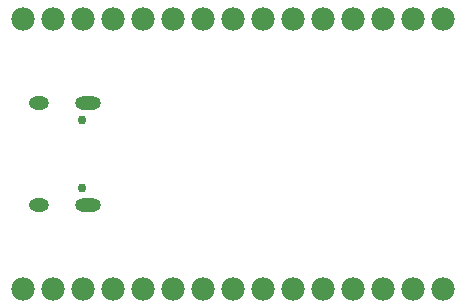
<source format=gbs>
G04*
G04 #@! TF.GenerationSoftware,Altium Limited,Altium Designer,19.1.5 (86)*
G04*
G04 Layer_Color=16711935*
%FSLAX25Y25*%
%MOIN*%
G70*
G01*
G75*
%ADD63C,0.07800*%
%ADD64O,0.06699X0.04337*%
%ADD65O,0.08668X0.04337*%
%ADD66C,0.02959*%
D63*
X145000Y45000D02*
D03*
X135000D02*
D03*
X125000D02*
D03*
X115000D02*
D03*
X105000D02*
D03*
X95000D02*
D03*
X85000D02*
D03*
X75000D02*
D03*
X65000D02*
D03*
X55000D02*
D03*
X45000D02*
D03*
X35000D02*
D03*
X25000D02*
D03*
X15000D02*
D03*
X5000D02*
D03*
X145000Y-45000D02*
D03*
X135000D02*
D03*
X125000D02*
D03*
X115000D02*
D03*
X105000D02*
D03*
X95000D02*
D03*
X85000D02*
D03*
X75000D02*
D03*
X65000D02*
D03*
X55000D02*
D03*
X45000D02*
D03*
X35000D02*
D03*
X25000D02*
D03*
X15000D02*
D03*
X5000D02*
D03*
D64*
X10236Y-17008D02*
D03*
Y17008D02*
D03*
D65*
X26693D02*
D03*
Y-17008D02*
D03*
D66*
X24606Y-11378D02*
D03*
Y11378D02*
D03*
M02*

</source>
